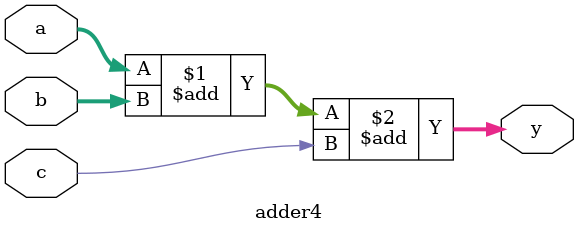
<source format=v>
module adder4 (
    input  [3:0] a,    // Primeiro operando de 4 bits
    input  [3:0] b,    // Segundo operando de 4 bits
    input        c,    // Carry in (1 bit)
    output [4:0] y     // Saída (5 bits): soma completa de a, b e c
);
    assign {y[4], y[3:0]} = a + b + c;

endmodule

</source>
